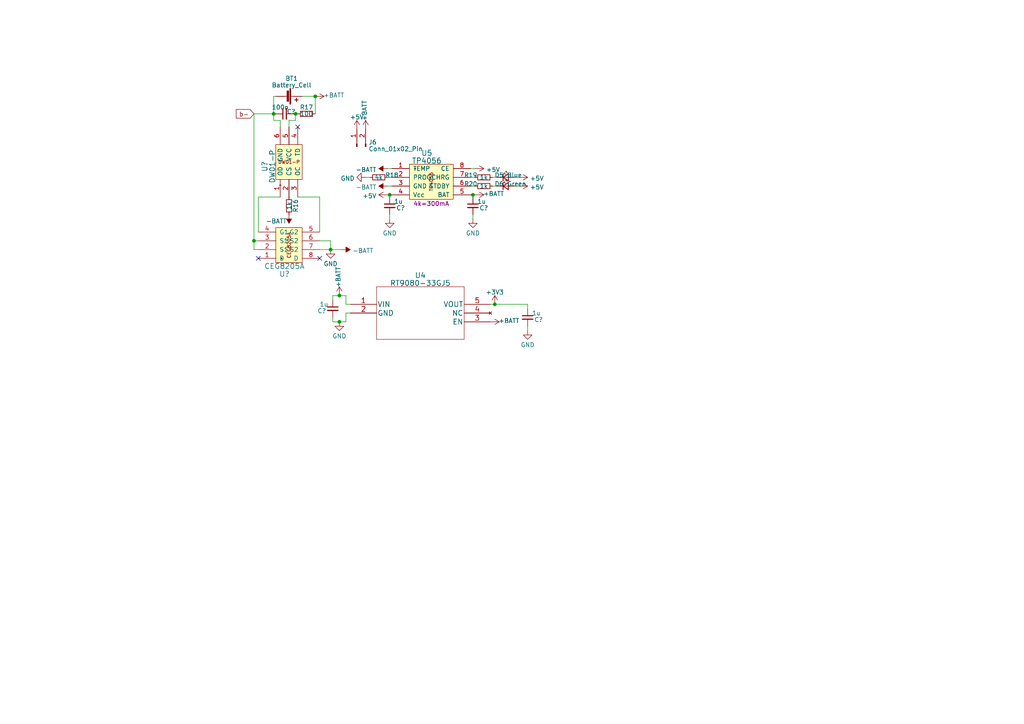
<source format=kicad_sch>
(kicad_sch (version 20230121) (generator eeschema)
  (paper "A4")
  (lib_symbols
    (symbol "Connector:Conn_01x02_Pin" (pin_names (offset 1.016) hide)
      (property "Reference" "J" (at 0 2.54 0))
      (property "Value" "Conn_01x02_Pin" (at 0 -5.08 0))
      (symbol "Conn_01x02_Pin_1_1"
        (polyline (pts (xy 1.27 -2.54) (xy 0.8636 -2.54)) (stroke (width 0.1524)))
        (polyline (pts (xy 1.27 0) (xy 0.8636 0)) (stroke (width 0.1524)))
        (rectangle (start 0.8636 -2.413) (end 0 -2.667) (stroke (width 0.1524)) (fill (type outline)))
        (rectangle (start 0.8636 0.127) (end 0 -0.127) (stroke (width 0.1524)) (fill (type outline)))
        (pin passive line (at 5.08 0 180) (length 3.81) (name "Pin_1") (number "1"))
        (pin passive line (at 5.08 -2.54 180) (length 3.81) (name "Pin_2") (number "2"))
      )
    )
    (symbol "Custom:CEG8205A" (pin_names (offset 1.016))
      (property "Reference" "U" (at 0 -6.35 0))
      (property "Value" "CEG8205A" (at 0 6.35 0))
      (symbol "CEG8205A_0_0"
        (text "." (at -3.81 3.81 900) (effects (font (size 3.9878 3.9878))))
        (text "CEG8205A" (at 0 0 900) (effects (font (size 0.9906 0.9906))))
      )
      (symbol "CEG8205A_0_1"
        (rectangle (start -3.81 5.08) (end 3.81 -5.08) (fill (type background)))
      )
      (symbol "CEG8205A_1_1"
        (pin output line (at -8.89 3.81 0) (length 5.08) (name "D") (number "1"))
        (pin input line (at -8.89 1.27 0) (length 5.08) (name "S1") (number "2"))
        (pin input line (at -8.89 -1.27 0) (length 5.08) (name "S1") (number "3"))
        (pin input line (at -8.89 -3.81 0) (length 5.08) (name "G1") (number "4"))
        (pin input line (at 8.89 -3.81 180) (length 5.08) (name "G2") (number "5"))
        (pin input line (at 8.89 -1.27 180) (length 5.08) (name "S2") (number "6"))
        (pin input line (at 8.89 1.27 180) (length 5.08) (name "S2") (number "7"))
        (pin output line (at 8.89 3.81 180) (length 5.08) (name "D") (number "8"))
      )
    )
    (symbol "Custom:DW01-P" (pin_names (offset 1.016))
      (property "Reference" "U" (at 0 -5.08 0))
      (property "Value" "DW01-P" (at 0 5.08 0))
      (symbol "DW01-P_0_0"
        (text "." (at -5.08 2.54 900) (effects (font (size 3.9878 3.9878))))
        (text "DW01-P" (at 0 0 900) (effects (font (size 0.9906 0.9906))))
      )
      (symbol "DW01-P_0_1"
        (rectangle (start -5.08 3.81) (end 5.08 -3.81) (fill (type background)))
      )
      (symbol "DW01-P_1_1"
        (pin output line (at -10.16 2.54 0) (length 5.08) (name "OD") (number "1"))
        (pin input line (at -10.16 0 0) (length 5.08) (name "CS") (number "2"))
        (pin output line (at -10.16 -2.54 0) (length 5.08) (name "OC") (number "3"))
        (pin input line (at 10.16 -2.54 180) (length 5.08) (name "TD") (number "4"))
        (pin input line (at 10.16 0 180) (length 5.08) (name "VCC") (number "5"))
        (pin input line (at 10.16 2.54 180) (length 5.08) (name "GND") (number "6"))
      )
    )
    (symbol "Custom:TP4056" (pin_names (offset 1.016))
      (property "Reference" "U" (at 0 -6.35 0))
      (property "Value" "TP4056" (at 0 6.35 0))
      (symbol "TP4056_0_0"
        (text "." (at -6.35 3.81 900) (effects (font (size 3.9878 3.9878))))
        (text "TP4056" (at 0 0 900) (effects (font (size 0.9906 0.9906))))
      )
      (symbol "TP4056_0_1"
        (rectangle (start -6.35 5.08) (end 6.35 -5.08) (fill (type background)))
      )
      (symbol "TP4056_1_1"
        (pin input line (at -11.43 3.81 0) (length 5.08) (name "TEMP") (number "1"))
        (pin input line (at -11.43 1.27 0) (length 5.08) (name "PROG") (number "2"))
        (pin input line (at -11.43 -1.27 0) (length 5.08) (name "GND") (number "3"))
        (pin input line (at -11.43 -3.81 0) (length 5.08) (name "Vcc") (number "4"))
        (pin input line (at 11.43 -3.81 180) (length 5.08) (name "BAT") (number "5"))
        (pin output line (at 11.43 -1.27 180) (length 5.08) (name "STDBY") (number "6"))
        (pin output line (at 11.43 1.27 180) (length 5.08) (name "CHRG") (number "7"))
        (pin input line (at 11.43 3.81 180) (length 5.08) (name "CE") (number "8"))
        (pin input line (at -11.43 -1.27 0) (length 5.08) hide (name "HeatPad") (number "9"))
      )
    )
    (symbol "Device:Battery_Cell" (pin_numbers hide) (pin_names (offset 0) hide)
      (property "Reference" "BT" (at 2.54 2.54 0))
      (property "Value" "Battery_Cell" (at 2.54 0 0))
      (symbol "Battery_Cell_0_1"
        (rectangle (start -2.286 1.778) (end 2.286 1.524) (fill (type outline)))
        (rectangle (start -1.5748 1.1938) (end 1.4732 0.6858) (fill (type outline)))
        (polyline (pts (xy 0 0.762) (xy 0 0)))
        (polyline (pts (xy 0 1.778) (xy 0 2.54)))
        (polyline (pts (xy 0.508 3.429) (xy 1.524 3.429)) (stroke (width 0.254)))
        (polyline (pts (xy 1.016 3.937) (xy 1.016 2.921)) (stroke (width 0.254)))
      )
      (symbol "Battery_Cell_1_1"
        (pin passive line (at 0 5.08 270) (length 2.54) (name "+") (number "1"))
        (pin passive line (at 0 -2.54 90) (length 2.54) (name "-") (number "2"))
      )
    )
    (symbol "Device:C_Small" (pin_numbers hide) (pin_names (offset 0.254) hide)
      (property "Reference" "C" (at 0.254 1.778 0))
      (property "Value" "C_Small" (at 0.254 -2.032 0))
      (symbol "C_Small_0_1"
        (polyline (pts (xy -1.524 -0.508) (xy 1.524 -0.508)) (stroke (width 0.3302)))
        (polyline (pts (xy -1.524 0.508) (xy 1.524 0.508)) (stroke (width 0.3048)))
      )
      (symbol "C_Small_1_1"
        (pin passive line (at 0 2.54 270) (length 2.032) (name "~") (number "1"))
        (pin passive line (at 0 -2.54 90) (length 2.032) (name "~") (number "2"))
      )
    )
    (symbol "Device:LED_Small" (pin_numbers hide) (pin_names (offset 0.254) hide)
      (property "Reference" "D" (at -1.27 3.175 0))
      (property "Value" "LED_Small" (at -4.445 -2.54 0))
      (symbol "LED_Small_0_1"
        (polyline (pts (xy -0.762 -1.016) (xy -0.762 1.016)) (stroke (width 0.254)))
        (polyline (pts (xy 1.016 0) (xy -0.762 0)))
        (polyline (pts (xy 0.762 -1.016) (xy -0.762 0) (xy 0.762 1.016) (xy 0.762 -1.016)) (stroke (width 0.254)))
        (polyline (pts (xy 0 0.762) (xy -0.508 1.27) (xy -0.254 1.27) (xy -0.508 1.27) (xy -0.508 1.016)))
        (polyline (pts (xy 0.508 1.27) (xy 0 1.778) (xy 0.254 1.778) (xy 0 1.778) (xy 0 1.524)))
      )
      (symbol "LED_Small_1_1"
        (pin passive line (at -2.54 0 0) (length 1.778) (name "K") (number "1"))
        (pin passive line (at 2.54 0 180) (length 1.778) (name "A") (number "2"))
      )
    )
    (symbol "Device:R_Small" (pin_numbers hide) (pin_names (offset 0.254) hide)
      (property "Reference" "R" (at 0.762 0.508 0))
      (property "Value" "R_Small" (at 0.762 -1.016 0))
      (symbol "R_Small_0_1"
        (rectangle (start -0.762 1.778) (end 0.762 -1.778) (stroke (width 0.2032)))
      )
      (symbol "R_Small_1_1"
        (pin passive line (at 0 2.54 270) (length 0.762) (name "~") (number "1"))
        (pin passive line (at 0 -2.54 90) (length 0.762) (name "~") (number "2"))
      )
    )
    (symbol "power:+3V3" (power) (pin_names (offset 0))
      (property "Value" "+3V3" (at 0 3.556 0))
      (symbol "+3V3_0_1"
        (polyline (pts (xy -0.762 1.27) (xy 0 2.54)))
        (polyline (pts (xy 0 0) (xy 0 2.54)))
        (polyline (pts (xy 0 2.54) (xy 0.762 1.27)))
      )
      (symbol "+3V3_1_1"
        (pin power_in line (at 0 0 90) (length 0) hide (name "+3V3") (number "1"))
      )
    )
    (symbol "power:+5V" (power) (pin_names (offset 0))
      (property "Value" "+5V" (at 0 3.556 0))
      (symbol "+5V_0_1"
        (polyline (pts (xy -0.762 1.27) (xy 0 2.54)))
        (polyline (pts (xy 0 0) (xy 0 2.54)))
        (polyline (pts (xy 0 2.54) (xy 0.762 1.27)))
      )
      (symbol "+5V_1_1"
        (pin power_in line (at 0 0 90) (length 0) hide (name "+5V") (number "1"))
      )
    )
    (symbol "power:+BATT" (power) (pin_names (offset 0))
      (property "Value" "+BATT" (at 0 3.556 0))
      (symbol "+BATT_0_1"
        (polyline (pts (xy -0.762 1.27) (xy 0 2.54)))
        (polyline (pts (xy 0 0) (xy 0 2.54)))
        (polyline (pts (xy 0 2.54) (xy 0.762 1.27)))
      )
      (symbol "+BATT_1_1"
        (pin power_in line (at 0 0 90) (length 0) hide (name "+BATT") (number "1"))
      )
    )
    (symbol "power:-BATT" (power) (pin_names (offset 0))
      (property "Value" "-BATT" (at 0 3.556 0))
      (symbol "-BATT_0_1"
        (polyline (pts (xy 0 0) (xy 0 2.54)))
        (polyline (pts (xy 0.762 1.27) (xy -0.762 1.27) (xy 0 2.54) (xy 0.762 1.27)) (fill (type outline)))
      )
      (symbol "-BATT_1_1"
        (pin power_in line (at 0 0 90) (length 0) hide (name "-BATT") (number "1"))
      )
    )
    (symbol "power:GND" (power) (pin_names (offset 0))
      (property "Value" "GND" (at 0 -3.81 0))
      (symbol "GND_0_1"
        (polyline (pts (xy 0 0) (xy 0 -1.27) (xy 1.27 -1.27) (xy 0 -2.54) (xy -1.27 -1.27) (xy 0 -1.27)))
      )
      (symbol "GND_1_1"
        (pin power_in line (at 0 0 270) (length 0) hide (name "GND") (number "1"))
      )
    )
    (symbol "ultralibrarian:RT9080-33GJ5" (pin_names (offset 0.254))
      (property "Reference" "U" (at 20.32 10.16 0))
      (property "Value" "RT9080-33GJ5" (at 20.32 7.62 0))
      (symbol "RT9080-33GJ5_1_1"
        (polyline (pts (xy 7.62 -10.16) (xy 33.02 -10.16)) (stroke (width 0.127)))
        (polyline (pts (xy 7.62 5.08) (xy 7.62 -10.16)) (stroke (width 0.127)))
        (polyline (pts (xy 33.02 -10.16) (xy 33.02 5.08)) (stroke (width 0.127)))
        (polyline (pts (xy 33.02 5.08) (xy 7.62 5.08)) (stroke (width 0.127)))
        (pin power_in line (at 0 0 0) (length 7.62) (name "VIN") (number "1"))
        (pin power_in line (at 0 -2.54 0) (length 7.62) (name "GND") (number "2"))
        (pin input line (at 40.64 -5.08 180) (length 7.62) (name "EN") (number "3"))
        (pin no_connect line (at 40.64 -2.54 180) (length 7.62) (name "NC") (number "4"))
        (pin output line (at 40.64 0 180) (length 7.62) (name "VOUT") (number "5"))
      )
    )
  )
  (junction (at 95.885 72.39))
  (junction (at 98.425 93.345))
  (junction (at 143.51 88.265))
  (junction (at 85.725 33.02))
  (junction (at 98.425 85.725))
  (junction (at 73.66 69.85))
  (junction (at 137.16 56.515))
  (junction (at 113.03 56.515))
  (junction (at 91.44 27.94))
  (junction (at 79.375 33.02))
  (no_connect (at 92.71 74.93))
  (no_connect (at 86.36 36.83))
  (no_connect (at 74.93 74.93))
  (wire (pts (xy 73.66 69.85) (xy 73.66 33.02)))
  (wire (pts (xy 79.375 33.02) (xy 79.375 27.94)))
  (wire (pts (xy 91.44 27.94) (xy 91.44 33.02)))
  (wire (pts (xy 92.71 72.39) (xy 95.885 72.39)))
  (wire (pts (xy 74.93 72.39) (xy 73.66 72.39)))
  (wire (pts (xy 100.33 90.805) (xy 100.33 93.345)))
  (wire (pts (xy 79.375 27.94) (xy 80.01 27.94)))
  (wire (pts (xy 143.51 88.265) (xy 153.035 88.265)))
  (wire (pts (xy 112.395 51.435) (xy 113.665 51.435)))
  (wire (pts (xy 153.035 88.265) (xy 153.035 89.535)))
  (wire (pts (xy 96.52 92.075) (xy 96.52 93.345)))
  (wire (pts (xy 137.16 56.515) (xy 137.16 57.15)))
  (wire (pts (xy 137.16 63.5) (xy 137.16 62.23)))
  (wire (pts (xy 113.03 56.515) (xy 113.03 57.15)))
  (wire (pts (xy 100.33 88.265) (xy 100.33 85.725)))
  (wire (pts (xy 85.725 34.925) (xy 83.82 34.925)))
  (wire (pts (xy 73.66 72.39) (xy 73.66 69.85)))
  (wire (pts (xy 85.725 33.02) (xy 86.36 33.02)))
  (wire (pts (xy 142.875 53.975) (xy 144.145 53.975)))
  (wire (pts (xy 85.09 33.02) (xy 85.725 33.02)))
  (wire (pts (xy 113.03 62.23) (xy 113.03 63.5)))
  (wire (pts (xy 95.885 69.85) (xy 95.885 72.39)))
  (wire (pts (xy 113.665 56.515) (xy 113.03 56.515)))
  (wire (pts (xy 74.93 57.15) (xy 74.93 67.31)))
  (wire (pts (xy 95.885 72.39) (xy 99.06 72.39)))
  (wire (pts (xy 142.24 88.265) (xy 143.51 88.265)))
  (wire (pts (xy 87.63 27.94) (xy 91.44 27.94)))
  (wire (pts (xy 96.52 85.725) (xy 96.52 86.995)))
  (wire (pts (xy 136.525 51.435) (xy 137.795 51.435)))
  (wire (pts (xy 112.395 56.515) (xy 113.03 56.515)))
  (wire (pts (xy 142.875 51.435) (xy 144.145 51.435)))
  (wire (pts (xy 98.425 85.725) (xy 96.52 85.725)))
  (wire (pts (xy 73.66 33.02) (xy 79.375 33.02)))
  (wire (pts (xy 153.035 95.885) (xy 153.035 94.615)))
  (wire (pts (xy 150.495 51.435) (xy 149.225 51.435)))
  (wire (pts (xy 92.71 69.85) (xy 95.885 69.85)))
  (wire (pts (xy 100.33 93.345) (xy 98.425 93.345)))
  (wire (pts (xy 92.71 57.15) (xy 92.71 67.31)))
  (wire (pts (xy 112.395 48.895) (xy 113.665 48.895)))
  (wire (pts (xy 85.725 33.02) (xy 85.725 34.925)))
  (wire (pts (xy 137.16 56.515) (xy 137.795 56.515)))
  (wire (pts (xy 137.795 48.895) (xy 136.525 48.895)))
  (wire (pts (xy 73.66 69.85) (xy 74.93 69.85)))
  (wire (pts (xy 79.375 33.02) (xy 79.375 34.925)))
  (wire (pts (xy 100.33 85.725) (xy 98.425 85.725)))
  (wire (pts (xy 106.045 51.435) (xy 107.315 51.435)))
  (wire (pts (xy 100.33 90.805) (xy 101.6 90.805)))
  (wire (pts (xy 136.525 53.975) (xy 137.795 53.975)))
  (wire (pts (xy 83.82 34.925) (xy 83.82 36.83)))
  (wire (pts (xy 136.525 56.515) (xy 137.16 56.515)))
  (wire (pts (xy 80.01 33.02) (xy 79.375 33.02)))
  (wire (pts (xy 79.375 34.925) (xy 81.28 34.925)))
  (wire (pts (xy 86.36 57.15) (xy 92.71 57.15)))
  (wire (pts (xy 81.28 34.925) (xy 81.28 36.83)))
  (wire (pts (xy 112.395 53.975) (xy 113.665 53.975)))
  (wire (pts (xy 101.6 88.265) (xy 100.33 88.265)))
  (wire (pts (xy 150.495 53.975) (xy 149.225 53.975)))
  (wire (pts (xy 81.28 57.15) (xy 74.93 57.15)))
  (wire (pts (xy 98.425 93.345) (xy 96.52 93.345)))
  (global_label "b-" (shape input) (at 73.66 33.02 180) (property "Intersheetrefs" "${INTERSHEET_REFS}" (effects hide)))
  (symbol (lib_id "power:GND") (at 95.885 72.39 0) (mirror y) (unit 1)
    (property "Reference" "#PWR?" (effects hide))
    (property "Value" "GND" (at 95.885 76.5255 0))
    (instances (project "RoomSensor" (path "" (reference "#PWR?") (unit 1)) (path "" (reference "#PWR029") (unit 1))))
  )
  (symbol (lib_id "power:-BATT") (at 99.06 72.39 270) (mirror x) (unit 1)
    (property "Reference" "#PWR032" (effects hide))
    (property "Value" "-BATT" (at 102.235 72.7068 90) (effects (justify left)))
  )
  (symbol (lib_id "power:+BATT") (at 137.795 56.515 270) (unit 1)
    (property "Reference" "#PWR?" (effects hide))
    (property "Value" "+BATT" (at 143.1925 56.1975 90))
    (instances (project "RoomSensor" (path "" (reference "#PWR?") (unit 1)) (path "" (reference "#PWR042") (unit 1))))
  )
  (symbol (lib_id "Device:R_Small") (at 109.855 51.435 90) (unit 1)
    (property "Reference" "R18" (at 113.665 50.8 90))
    (property "Value" "4k" (at 109.855 51.435 90))
    (property "Footprint" "Resistor_SMD:R_0603_1608Metric" (effects hide))
  )
  (symbol (lib_id "power:GND") (at 137.16 63.5 0) (mirror y) (unit 1)
    (property "Reference" "#PWR?" (effects hide))
    (property "Value" "GND" (at 137.16 67.6355 0))
    (instances (project "RoomSensor" (path "" (reference "#PWR?") (unit 1)) (path "" (reference "#PWR040") (unit 1))))
  )
  (symbol (lib_id "Device:C_Small") (at 82.55 33.02 90) (mirror x) (unit 1)
    (property "Reference" "C?" (at 84.455 32.385 90))
    (property "Value" "100n" (at 81.28 31.115 90))
    (property "Footprint" "Capacitor_SMD:C_0603_1608Metric" (effects hide))
    (instances (project "RoomSensor" (path "" (reference "C?") (unit 1)) (path "" (reference "C16") (unit 1))))
  )
  (symbol (lib_id "Device:C_Small") (at 96.52 89.535 0) (mirror y) (unit 1)
    (property "Reference" "C?" (at 93.345 90.17 0))
    (property "Value" "1u" (at 93.98 88.265 0))
    (property "Footprint" "Capacitor_SMD:C_0603_1608Metric" (effects hide))
    (instances (project "RoomSensor" (path "" (reference "C?") (unit 1)) (path "" (reference "C17") (unit 1))))
  )
  (symbol (lib_id "Custom:DW01-P") (at 83.82 46.99 90) (unit 1)
    (property "Reference" "U?" (at 76.7539 48.2985 0) (effects (font (size 1.524 1.524))))
    (property "Value" "DW01-P" (at 79.0081 48.2985 0) (effects (font (size 1.524 1.524))))
    (property "Footprint" "Package_TO_SOT_SMD:SOT-23-6" (effects hide))
    (instances (project "RoomSensor" (path "" (reference "U?") (unit 1)) (path "" (reference "U2") (unit 1))))
  )
  (symbol (lib_id "power:GND") (at 113.03 63.5 0) (mirror y) (unit 1)
    (property "Reference" "#PWR?" (effects hide))
    (property "Value" "GND" (at 113.03 67.6355 0))
    (instances (project "RoomSensor" (path "" (reference "#PWR?") (unit 1)) (path "" (reference "#PWR039") (unit 1))))
  )
  (symbol (lib_id "Device:C_Small") (at 137.16 59.69 0) (mirror y) (unit 1)
    (property "Reference" "C?" (at 140.335 60.325 0))
    (property "Value" "1u" (at 139.7 58.42 0))
    (property "Footprint" "Capacitor_SMD:C_0603_1608Metric" (effects hide))
    (instances (project "RoomSensor" (path "" (reference "C?") (unit 1)) (path "" (reference "C19") (unit 1))))
  )
  (symbol (lib_id "Custom:CEG8205A") (at 83.82 71.12 0) (mirror x) (unit 1)
    (property "Reference" "U?" (at 82.5115 79.4561 0) (effects (font (size 1.524 1.524))))
    (property "Value" "CEG8205A" (at 82.5115 77.2019 0) (effects (font (size 1.524 1.524))))
    (property "Footprint" "Package_SO:TSSOP-8_4.4x3mm_P0.65mm" (effects hide))
    (instances (project "RoomSensor" (path "" (reference "U?") (unit 1)) (path "" (reference "U3") (unit 1))))
  )
  (symbol (lib_id "power:+BATT") (at 106.045 37.465 0) (unit 1)
    (property "Reference" "#PWR?" (effects hide))
    (property "Value" "+BATT" (at 105.7275 32.0675 90))
    (instances (project "RoomSensor" (path "" (reference "#PWR?") (unit 1)) (path "" (reference "#PWR034") (unit 1))))
  )
  (symbol (lib_id "Device:LED_Small") (at 146.685 53.975 0) (unit 1)
    (property "Reference" "D6" (at 144.78 53.34 0))
    (property "Value" "Green" (at 149.86 53.34 0))
    (property "Footprint" "LED_SMD:LED_0603_1608Metric" (effects hide))
  )
  (symbol (lib_id "Device:LED_Small") (at 146.685 51.435 0) (unit 1)
    (property "Reference" "D5" (at 144.78 50.8 0))
    (property "Value" "Blue" (at 149.225 50.8 0))
    (property "Footprint" "LED_SMD:LED_0603_1608Metric" (effects hide))
  )
  (symbol (lib_id "power:-BATT") (at 112.395 48.895 90) (mirror x) (unit 1)
    (property "Reference" "#PWR036" (effects hide))
    (property "Value" "-BATT" (at 109.22 49.2118 90) (effects (justify left)))
  )
  (symbol (lib_id "Device:R_Small") (at 140.335 53.975 90) (unit 1)
    (property "Reference" "R20" (at 136.525 53.34 90))
    (property "Value" "1k" (at 140.335 53.975 90))
    (property "Footprint" "Resistor_SMD:R_0603_1608Metric" (effects hide))
  )
  (symbol (lib_id "power:GND") (at 153.035 95.885 0) (unit 1)
    (property "Reference" "#PWR?" (effects hide))
    (property "Value" "GND" (at 153.035 100.0205 0))
    (instances (project "RoomSensor" (path "" (reference "#PWR?") (unit 1)) (path "" (reference "#PWR047") (unit 1))))
  )
  (symbol (lib_id "Device:R_Small") (at 140.335 51.435 90) (unit 1)
    (property "Reference" "R19" (at 136.525 50.8 90))
    (property "Value" "1k" (at 140.335 51.435 90))
    (property "Footprint" "Resistor_SMD:R_0603_1608Metric" (effects hide))
  )
  (symbol (lib_id "Connector:Conn_01x02_Pin") (at 103.505 42.545 90) (unit 1)
    (property "Reference" "J6" (at 106.8832 41.2663 90) (effects (justify right)))
    (property "Value" "Conn_01x02_Pin" (at 106.8832 43.1873 90) (effects (justify right)))
    (property "Footprint" "Connector_PinHeader_2.54mm:PinHeader_1x02_P2.54mm_Vertical" (effects hide))
  )
  (symbol (lib_id "power:GND") (at 106.045 51.435 270) (mirror x) (unit 1)
    (property "Reference" "#PWR?" (effects hide))
    (property "Value" "GND" (at 102.8701 51.7518 90) (effects (justify right)))
    (instances (project "RoomSensor" (path "" (reference "#PWR?") (unit 1)) (path "" (reference "#PWR035") (unit 1))))
  )
  (symbol (lib_id "power:GND") (at 98.425 93.345 0) (unit 1)
    (property "Reference" "#PWR?" (effects hide))
    (property "Value" "GND" (at 98.425 97.4805 0))
    (instances (project "RoomSensor" (path "" (reference "#PWR?") (unit 1)) (path "" (reference "#PWR031") (unit 1))))
  )
  (symbol (lib_id "ultralibrarian:RT9080-33GJ5") (at 101.6 88.265 0) (unit 1)
    (property "Reference" "U4" (at 121.92 79.8654 0) (effects (font (size 1.524 1.524))))
    (property "Value" "RT9080-33GJ5" (at 121.92 82.1196 0) (effects (font (size 1.524 1.524))))
    (property "Footprint" "ultralibrarian:RT9080-33GJ5" (effects hide))
  )
  (symbol (lib_id "Custom:TP4056") (at 125.095 52.705 0) (unit 1)
    (property "Reference" "U5" (at 123.7865 44.3689 0) (effects (font (size 1.524 1.524))))
    (property "Value" "TP4056" (at 123.7865 46.6231 0) (effects (font (size 1.524 1.524))))
    (property "Footprint" "Package_SO:SOIC-8-1EP_3.9x4.9mm_P1.27mm_EP2.29x3mm_ThermalVias" (effects hide))
    (property "Datasheet" "https://dlnmh9ip6v2uc.cloudfront.net/datasheets/Prototyping/TP4056.pdf" (effects hide))
    (property "Ibat" "4k=300mA" (at 125.095 59.055 0))
  )
  (symbol (lib_id "Device:C_Small") (at 113.03 59.69 0) (mirror y) (unit 1)
    (property "Reference" "C?" (at 116.205 60.325 0))
    (property "Value" "1u" (at 115.57 58.42 0))
    (property "Footprint" "Capacitor_SMD:C_0603_1608Metric" (effects hide))
    (instances (project "RoomSensor" (path "" (reference "C?") (unit 1)) (path "" (reference "C18") (unit 1))))
  )
  (symbol (lib_id "power:+BATT") (at 142.24 93.345 270) (unit 1)
    (property "Reference" "#PWR?" (effects hide))
    (property "Value" "+BATT" (at 147.6375 93.0275 90))
    (instances (project "RoomSensor" (path "" (reference "#PWR?") (unit 1)) (path "" (reference "#PWR043") (unit 1))))
  )
  (symbol (lib_id "Device:C_Small") (at 153.035 92.075 0) (mirror y) (unit 1)
    (property "Reference" "C?" (at 156.21 92.71 0))
    (property "Value" "1u" (at 155.575 90.805 0))
    (property "Footprint" "Capacitor_SMD:C_0603_1608Metric" (effects hide))
    (instances (project "RoomSensor" (path "" (reference "C?") (unit 1)) (path "" (reference "C20") (unit 1))))
  )
  (symbol (lib_id "power:+BATT") (at 91.44 27.94 270) (unit 1)
    (property "Reference" "#PWR?" (effects hide))
    (property "Value" "+BATT" (at 96.8375 27.6225 90))
    (instances (project "RoomSensor" (path "" (reference "#PWR?") (unit 1)) (path "" (reference "#PWR028") (unit 1))))
  )
  (symbol (lib_id "power:+5V") (at 137.795 48.895 270) (unit 1)
    (property "Reference" "#PWR?" (effects hide))
    (property "Value" "+5V" (at 140.97 49.2118 90) (effects (justify left)))
    (instances (project "RoomSensor" (path "" (reference "#PWR?") (unit 1)) (path "" (reference "#PWR041") (unit 1))))
  )
  (symbol (lib_id "Device:R_Small") (at 83.82 59.69 0) (unit 1)
    (property "Reference" "R16" (at 85.725 59.69 90))
    (property "Value" "1k" (at 83.82 59.69 90))
    (property "Footprint" "Resistor_SMD:R_0603_1608Metric" (effects hide))
  )
  (symbol (lib_id "power:+5V") (at 112.395 56.515 90) (unit 1)
    (property "Reference" "#PWR?" (effects hide))
    (property "Value" "+5V" (at 109.2201 56.8318 90) (effects (justify left)))
    (instances (project "RoomSensor" (path "" (reference "#PWR?") (unit 1)) (path "" (reference "#PWR038") (unit 1))))
  )
  (symbol (lib_id "Device:Battery_Cell") (at 82.55 27.94 270) (unit 1)
    (property "Reference" "BT1" (at 84.582 22.7711 90))
    (property "Value" "Battery_Cell" (at 84.582 24.6921 90))
    (property "Footprint" "Connector_PinHeader_2.54mm:PinHeader_1x02_P2.54mm_Vertical" (effects hide))
  )
  (symbol (lib_id "power:-BATT") (at 83.82 62.23 180) (unit 1)
    (property "Reference" "#PWR027" (effects hide))
    (property "Value" "-BATT" (at 83.185 64.135 0) (effects (justify left)))
  )
  (symbol (lib_id "power:+5V") (at 150.495 53.975 270) (unit 1)
    (property "Reference" "#PWR?" (effects hide))
    (property "Value" "+5V" (at 153.67 54.2918 90) (effects (justify left)))
    (instances (project "RoomSensor" (path "" (reference "#PWR?") (unit 1)) (path "" (reference "#PWR046") (unit 1))))
  )
  (symbol (lib_id "power:+5V") (at 150.495 51.435 270) (unit 1)
    (property "Reference" "#PWR?" (effects hide))
    (property "Value" "+5V" (at 153.67 51.7518 90) (effects (justify left)))
    (instances (project "RoomSensor" (path "" (reference "#PWR?") (unit 1)) (path "" (reference "#PWR045") (unit 1))))
  )
  (symbol (lib_id "power:+3V3") (at 143.51 88.265 0) (unit 1)
    (property "Reference" "#PWR?" (effects hide))
    (property "Value" "+3V3" (at 143.51 84.7631 0))
    (instances (project "RoomSensor" (path "" (reference "#PWR?") (unit 1)) (path "" (reference "#PWR044") (unit 1))))
  )
  (symbol (lib_id "power:-BATT") (at 112.395 53.975 90) (mirror x) (unit 1)
    (property "Reference" "#PWR037" (effects hide))
    (property "Value" "-BATT" (at 109.22 54.2918 90) (effects (justify left)))
  )
  (symbol (lib_id "Device:R_Small") (at 88.9 33.02 90) (unit 1)
    (property "Reference" "R17" (at 88.9 31.115 90))
    (property "Value" "100" (at 88.9 33.02 90))
    (property "Footprint" "Resistor_SMD:R_0603_1608Metric" (effects hide))
  )
  (symbol (lib_id "power:+5V") (at 103.505 37.465 0) (unit 1)
    (property "Reference" "#PWR?" (effects hide))
    (property "Value" "+5V" (at 103.505 33.9631 0))
    (instances (project "RoomSensor" (path "" (reference "#PWR?") (unit 1)) (path "" (reference "#PWR033") (unit 1))))
  )
  (symbol (lib_id "power:+BATT") (at 98.425 85.725 0) (unit 1)
    (property "Reference" "#PWR?" (effects hide))
    (property "Value" "+BATT" (at 98.1075 80.3275 90))
    (instances (project "RoomSensor" (path "" (reference "#PWR?") (unit 1)) (path "" (reference "#PWR030") (unit 1))))
  )
)
</source>
